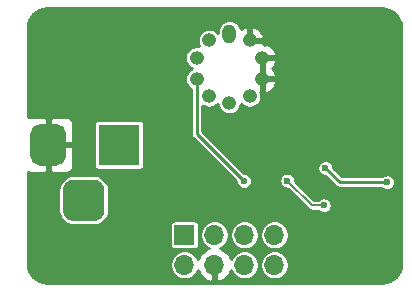
<source format=gbr>
%TF.GenerationSoftware,KiCad,Pcbnew,(5.1.6)-1*%
%TF.CreationDate,2021-01-16T21:26:58+01:00*%
%TF.ProjectId,hardware-smart-gaz-detector-extension-board,68617264-7761-4726-952d-736d6172742d,rev?*%
%TF.SameCoordinates,Original*%
%TF.FileFunction,Copper,L2,Bot*%
%TF.FilePolarity,Positive*%
%FSLAX46Y46*%
G04 Gerber Fmt 4.6, Leading zero omitted, Abs format (unit mm)*
G04 Created by KiCad (PCBNEW (5.1.6)-1) date 2021-01-16 21:26:58*
%MOMM*%
%LPD*%
G01*
G04 APERTURE LIST*
%TA.AperFunction,ComponentPad*%
%ADD10R,1.700000X1.700000*%
%TD*%
%TA.AperFunction,ComponentPad*%
%ADD11O,1.700000X1.700000*%
%TD*%
%TA.AperFunction,ComponentPad*%
%ADD12R,3.500000X3.500000*%
%TD*%
%TA.AperFunction,ComponentPad*%
%ADD13O,1.200000X1.600000*%
%TD*%
%TA.AperFunction,ComponentPad*%
%ADD14O,1.200000X1.200000*%
%TD*%
%TA.AperFunction,ViaPad*%
%ADD15C,0.600000*%
%TD*%
%TA.AperFunction,ViaPad*%
%ADD16C,0.800000*%
%TD*%
%TA.AperFunction,Conductor*%
%ADD17C,0.150000*%
%TD*%
%TA.AperFunction,Conductor*%
%ADD18C,0.250000*%
%TD*%
%TA.AperFunction,Conductor*%
%ADD19C,0.254000*%
%TD*%
G04 APERTURE END LIST*
D10*
%TO.P,J1,1*%
%TO.N,PWM_PolySi*%
X63700000Y-69596000D03*
D11*
%TO.P,J1,2*%
%TO.N,+12V*%
X63700000Y-72136000D03*
%TO.P,J1,3*%
%TO.N,+3V3*%
X66240000Y-69596000D03*
%TO.P,J1,4*%
%TO.N,GND*%
X66240000Y-72136000D03*
%TO.P,J1,5*%
%TO.N,ADC1_Temperature*%
X68780000Y-69596000D03*
%TO.P,J1,6*%
%TO.N,I2C_SCL*%
X68780000Y-72136000D03*
%TO.P,J1,7*%
%TO.N,ADC0_Gaz*%
X71320000Y-69596000D03*
%TO.P,J1,8*%
%TO.N,I2C_SDA*%
X71320000Y-72136000D03*
%TD*%
D12*
%TO.P,J2,1*%
%TO.N,+12V*%
X58166000Y-61976000D03*
%TO.P,J2,2*%
%TO.N,GND*%
%TA.AperFunction,ComponentPad*%
G36*
G01*
X50666000Y-62976000D02*
X50666000Y-60976000D01*
G75*
G02*
X51416000Y-60226000I750000J0D01*
G01*
X52916000Y-60226000D01*
G75*
G02*
X53666000Y-60976000I0J-750000D01*
G01*
X53666000Y-62976000D01*
G75*
G02*
X52916000Y-63726000I-750000J0D01*
G01*
X51416000Y-63726000D01*
G75*
G02*
X50666000Y-62976000I0J750000D01*
G01*
G37*
%TD.AperFunction*%
%TO.P,J2,3*%
%TO.N,N/C*%
%TA.AperFunction,ComponentPad*%
G36*
G01*
X53416000Y-67551000D02*
X53416000Y-65801000D01*
G75*
G02*
X54291000Y-64926000I875000J0D01*
G01*
X56041000Y-64926000D01*
G75*
G02*
X56916000Y-65801000I0J-875000D01*
G01*
X56916000Y-67551000D01*
G75*
G02*
X56041000Y-68426000I-875000J0D01*
G01*
X54291000Y-68426000D01*
G75*
G02*
X53416000Y-67551000I0J875000D01*
G01*
G37*
%TD.AperFunction*%
%TD*%
D13*
%TO.P,U1,1*%
%TO.N,+3V3*%
X67500000Y-52578000D03*
D14*
%TO.P,U1,2*%
%TO.N,Net-(U1-Pad2)*%
X65783667Y-53135670D03*
%TO.P,U1,3*%
%TO.N,Net-(U1-Pad3)*%
X64722915Y-54595670D03*
%TO.P,U1,4*%
%TO.N,ADC1_Temperature*%
X64722915Y-56400330D03*
%TO.P,U1,5*%
%TO.N,Net-(Q1-Pad2)*%
X65783667Y-57860330D03*
%TO.P,U1,6*%
%TO.N,+3V3*%
X67500000Y-58418000D03*
%TO.P,U1,7*%
%TO.N,u_gaz*%
X69216333Y-57860330D03*
%TO.P,U1,8*%
%TO.N,GND*%
X70277085Y-56400330D03*
%TO.P,U1,9*%
X70277085Y-54595670D03*
%TO.P,U1,10*%
X69216333Y-53135670D03*
%TD*%
D15*
%TO.N,GND*%
X67183006Y-65037810D03*
X80873600Y-71145400D03*
X73431400Y-56845200D03*
X73431400Y-58851800D03*
X76301600Y-60147200D03*
X79552800Y-62306200D03*
D16*
X57073800Y-55956200D03*
D15*
X70840491Y-65059509D03*
X73600000Y-69799992D03*
%TO.N,ADC0_Gaz*%
X75500000Y-67100000D03*
X72400000Y-65000002D03*
%TO.N,aop_-*%
X75641200Y-63931800D03*
X80873600Y-65151000D03*
%TO.N,ADC1_Temperature*%
X68732500Y-65037898D03*
%TD*%
D17*
%TO.N,ADC0_Gaz*%
X74499998Y-67100000D02*
X72400000Y-65000002D01*
X75500000Y-67100000D02*
X74499998Y-67100000D01*
D18*
%TO.N,aop_-*%
X75641200Y-63931800D02*
X76860400Y-65151000D01*
X76860400Y-65151000D02*
X80873600Y-65151000D01*
%TO.N,ADC1_Temperature*%
X64722915Y-61028313D02*
X68732500Y-65037898D01*
X64722915Y-56400330D02*
X64722915Y-61028313D01*
%TD*%
D19*
%TO.N,GND*%
G36*
X80765136Y-50458967D02*
G01*
X81058643Y-50547582D01*
X81329350Y-50691520D01*
X81566945Y-50885298D01*
X81762379Y-51121535D01*
X81908202Y-51391230D01*
X81998865Y-51684115D01*
X82033000Y-52008883D01*
X82033001Y-72043107D01*
X82001034Y-72369131D01*
X81912419Y-72662641D01*
X81768479Y-72933353D01*
X81574703Y-73170945D01*
X81338462Y-73366380D01*
X81068770Y-73512202D01*
X80775885Y-73602865D01*
X80451117Y-73637000D01*
X52020883Y-73637000D01*
X51694869Y-73605034D01*
X51401359Y-73516419D01*
X51130647Y-73372479D01*
X50893055Y-73178703D01*
X50697620Y-72942462D01*
X50551798Y-72672770D01*
X50461135Y-72379885D01*
X50427000Y-72055117D01*
X50427000Y-72015151D01*
X62473000Y-72015151D01*
X62473000Y-72256849D01*
X62520153Y-72493903D01*
X62612647Y-72717202D01*
X62746927Y-72918167D01*
X62917833Y-73089073D01*
X63118798Y-73223353D01*
X63342097Y-73315847D01*
X63579151Y-73363000D01*
X63820849Y-73363000D01*
X64057903Y-73315847D01*
X64281202Y-73223353D01*
X64482167Y-73089073D01*
X64653073Y-72918167D01*
X64787353Y-72717202D01*
X64836231Y-72599202D01*
X64895843Y-72767252D01*
X65044822Y-73017355D01*
X65239731Y-73233588D01*
X65473080Y-73407641D01*
X65735901Y-73532825D01*
X65883110Y-73577476D01*
X66113000Y-73456155D01*
X66113000Y-72263000D01*
X66093000Y-72263000D01*
X66093000Y-72009000D01*
X66113000Y-72009000D01*
X66113000Y-71989000D01*
X66367000Y-71989000D01*
X66367000Y-72009000D01*
X66387000Y-72009000D01*
X66387000Y-72263000D01*
X66367000Y-72263000D01*
X66367000Y-73456155D01*
X66596890Y-73577476D01*
X66744099Y-73532825D01*
X67006920Y-73407641D01*
X67240269Y-73233588D01*
X67435178Y-73017355D01*
X67584157Y-72767252D01*
X67643769Y-72599202D01*
X67692647Y-72717202D01*
X67826927Y-72918167D01*
X67997833Y-73089073D01*
X68198798Y-73223353D01*
X68422097Y-73315847D01*
X68659151Y-73363000D01*
X68900849Y-73363000D01*
X69137903Y-73315847D01*
X69361202Y-73223353D01*
X69562167Y-73089073D01*
X69733073Y-72918167D01*
X69867353Y-72717202D01*
X69959847Y-72493903D01*
X70007000Y-72256849D01*
X70007000Y-72015151D01*
X70093000Y-72015151D01*
X70093000Y-72256849D01*
X70140153Y-72493903D01*
X70232647Y-72717202D01*
X70366927Y-72918167D01*
X70537833Y-73089073D01*
X70738798Y-73223353D01*
X70962097Y-73315847D01*
X71199151Y-73363000D01*
X71440849Y-73363000D01*
X71677903Y-73315847D01*
X71901202Y-73223353D01*
X72102167Y-73089073D01*
X72273073Y-72918167D01*
X72407353Y-72717202D01*
X72499847Y-72493903D01*
X72547000Y-72256849D01*
X72547000Y-72015151D01*
X72499847Y-71778097D01*
X72407353Y-71554798D01*
X72273073Y-71353833D01*
X72102167Y-71182927D01*
X71901202Y-71048647D01*
X71677903Y-70956153D01*
X71440849Y-70909000D01*
X71199151Y-70909000D01*
X70962097Y-70956153D01*
X70738798Y-71048647D01*
X70537833Y-71182927D01*
X70366927Y-71353833D01*
X70232647Y-71554798D01*
X70140153Y-71778097D01*
X70093000Y-72015151D01*
X70007000Y-72015151D01*
X69959847Y-71778097D01*
X69867353Y-71554798D01*
X69733073Y-71353833D01*
X69562167Y-71182927D01*
X69361202Y-71048647D01*
X69137903Y-70956153D01*
X68900849Y-70909000D01*
X68659151Y-70909000D01*
X68422097Y-70956153D01*
X68198798Y-71048647D01*
X67997833Y-71182927D01*
X67826927Y-71353833D01*
X67692647Y-71554798D01*
X67643769Y-71672798D01*
X67584157Y-71504748D01*
X67435178Y-71254645D01*
X67240269Y-71038412D01*
X67006920Y-70864359D01*
X66744099Y-70739175D01*
X66710812Y-70729078D01*
X66821202Y-70683353D01*
X67022167Y-70549073D01*
X67193073Y-70378167D01*
X67327353Y-70177202D01*
X67419847Y-69953903D01*
X67467000Y-69716849D01*
X67467000Y-69475151D01*
X67553000Y-69475151D01*
X67553000Y-69716849D01*
X67600153Y-69953903D01*
X67692647Y-70177202D01*
X67826927Y-70378167D01*
X67997833Y-70549073D01*
X68198798Y-70683353D01*
X68422097Y-70775847D01*
X68659151Y-70823000D01*
X68900849Y-70823000D01*
X69137903Y-70775847D01*
X69361202Y-70683353D01*
X69562167Y-70549073D01*
X69733073Y-70378167D01*
X69867353Y-70177202D01*
X69959847Y-69953903D01*
X70007000Y-69716849D01*
X70007000Y-69475151D01*
X70093000Y-69475151D01*
X70093000Y-69716849D01*
X70140153Y-69953903D01*
X70232647Y-70177202D01*
X70366927Y-70378167D01*
X70537833Y-70549073D01*
X70738798Y-70683353D01*
X70962097Y-70775847D01*
X71199151Y-70823000D01*
X71440849Y-70823000D01*
X71677903Y-70775847D01*
X71901202Y-70683353D01*
X72102167Y-70549073D01*
X72273073Y-70378167D01*
X72407353Y-70177202D01*
X72499847Y-69953903D01*
X72547000Y-69716849D01*
X72547000Y-69475151D01*
X72499847Y-69238097D01*
X72407353Y-69014798D01*
X72273073Y-68813833D01*
X72102167Y-68642927D01*
X71901202Y-68508647D01*
X71677903Y-68416153D01*
X71440849Y-68369000D01*
X71199151Y-68369000D01*
X70962097Y-68416153D01*
X70738798Y-68508647D01*
X70537833Y-68642927D01*
X70366927Y-68813833D01*
X70232647Y-69014798D01*
X70140153Y-69238097D01*
X70093000Y-69475151D01*
X70007000Y-69475151D01*
X69959847Y-69238097D01*
X69867353Y-69014798D01*
X69733073Y-68813833D01*
X69562167Y-68642927D01*
X69361202Y-68508647D01*
X69137903Y-68416153D01*
X68900849Y-68369000D01*
X68659151Y-68369000D01*
X68422097Y-68416153D01*
X68198798Y-68508647D01*
X67997833Y-68642927D01*
X67826927Y-68813833D01*
X67692647Y-69014798D01*
X67600153Y-69238097D01*
X67553000Y-69475151D01*
X67467000Y-69475151D01*
X67419847Y-69238097D01*
X67327353Y-69014798D01*
X67193073Y-68813833D01*
X67022167Y-68642927D01*
X66821202Y-68508647D01*
X66597903Y-68416153D01*
X66360849Y-68369000D01*
X66119151Y-68369000D01*
X65882097Y-68416153D01*
X65658798Y-68508647D01*
X65457833Y-68642927D01*
X65286927Y-68813833D01*
X65152647Y-69014798D01*
X65060153Y-69238097D01*
X65013000Y-69475151D01*
X65013000Y-69716849D01*
X65060153Y-69953903D01*
X65152647Y-70177202D01*
X65286927Y-70378167D01*
X65457833Y-70549073D01*
X65658798Y-70683353D01*
X65769188Y-70729078D01*
X65735901Y-70739175D01*
X65473080Y-70864359D01*
X65239731Y-71038412D01*
X65044822Y-71254645D01*
X64895843Y-71504748D01*
X64836231Y-71672798D01*
X64787353Y-71554798D01*
X64653073Y-71353833D01*
X64482167Y-71182927D01*
X64281202Y-71048647D01*
X64057903Y-70956153D01*
X63820849Y-70909000D01*
X63579151Y-70909000D01*
X63342097Y-70956153D01*
X63118798Y-71048647D01*
X62917833Y-71182927D01*
X62746927Y-71353833D01*
X62612647Y-71554798D01*
X62520153Y-71778097D01*
X62473000Y-72015151D01*
X50427000Y-72015151D01*
X50427000Y-65801000D01*
X53037176Y-65801000D01*
X53037176Y-67551000D01*
X53061268Y-67795609D01*
X53132618Y-68030818D01*
X53248483Y-68247587D01*
X53404413Y-68437587D01*
X53594413Y-68593517D01*
X53811182Y-68709382D01*
X54046391Y-68780732D01*
X54291000Y-68804824D01*
X56041000Y-68804824D01*
X56285609Y-68780732D01*
X56400104Y-68746000D01*
X62471176Y-68746000D01*
X62471176Y-70446000D01*
X62478455Y-70519905D01*
X62500012Y-70590970D01*
X62535019Y-70656463D01*
X62582131Y-70713869D01*
X62639537Y-70760981D01*
X62705030Y-70795988D01*
X62776095Y-70817545D01*
X62850000Y-70824824D01*
X64550000Y-70824824D01*
X64623905Y-70817545D01*
X64694970Y-70795988D01*
X64760463Y-70760981D01*
X64817869Y-70713869D01*
X64864981Y-70656463D01*
X64899988Y-70590970D01*
X64921545Y-70519905D01*
X64928824Y-70446000D01*
X64928824Y-68746000D01*
X64921545Y-68672095D01*
X64899988Y-68601030D01*
X64864981Y-68535537D01*
X64817869Y-68478131D01*
X64760463Y-68431019D01*
X64694970Y-68396012D01*
X64623905Y-68374455D01*
X64550000Y-68367176D01*
X62850000Y-68367176D01*
X62776095Y-68374455D01*
X62705030Y-68396012D01*
X62639537Y-68431019D01*
X62582131Y-68478131D01*
X62535019Y-68535537D01*
X62500012Y-68601030D01*
X62478455Y-68672095D01*
X62471176Y-68746000D01*
X56400104Y-68746000D01*
X56520818Y-68709382D01*
X56737587Y-68593517D01*
X56927587Y-68437587D01*
X57083517Y-68247587D01*
X57199382Y-68030818D01*
X57270732Y-67795609D01*
X57294824Y-67551000D01*
X57294824Y-65801000D01*
X57270732Y-65556391D01*
X57199382Y-65321182D01*
X57083517Y-65104413D01*
X56927587Y-64914413D01*
X56737587Y-64758483D01*
X56520818Y-64642618D01*
X56285609Y-64571268D01*
X56041000Y-64547176D01*
X54291000Y-64547176D01*
X54046391Y-64571268D01*
X53811182Y-64642618D01*
X53594413Y-64758483D01*
X53404413Y-64914413D01*
X53248483Y-65104413D01*
X53132618Y-65321182D01*
X53061268Y-65556391D01*
X53037176Y-65801000D01*
X50427000Y-65801000D01*
X50427000Y-64317073D01*
X50541518Y-64351812D01*
X50666000Y-64364072D01*
X51880250Y-64361000D01*
X52039000Y-64202250D01*
X52039000Y-62103000D01*
X52293000Y-62103000D01*
X52293000Y-64202250D01*
X52451750Y-64361000D01*
X53666000Y-64364072D01*
X53790482Y-64351812D01*
X53910180Y-64315502D01*
X54020494Y-64256537D01*
X54117185Y-64177185D01*
X54196537Y-64080494D01*
X54255502Y-63970180D01*
X54291812Y-63850482D01*
X54304072Y-63726000D01*
X54301000Y-62261750D01*
X54142250Y-62103000D01*
X52293000Y-62103000D01*
X52039000Y-62103000D01*
X52019000Y-62103000D01*
X52019000Y-61849000D01*
X52039000Y-61849000D01*
X52039000Y-59749750D01*
X52293000Y-59749750D01*
X52293000Y-61849000D01*
X54142250Y-61849000D01*
X54301000Y-61690250D01*
X54304072Y-60226000D01*
X56037176Y-60226000D01*
X56037176Y-63726000D01*
X56044455Y-63799905D01*
X56066012Y-63870970D01*
X56101019Y-63936463D01*
X56148131Y-63993869D01*
X56205537Y-64040981D01*
X56271030Y-64075988D01*
X56342095Y-64097545D01*
X56416000Y-64104824D01*
X59916000Y-64104824D01*
X59989905Y-64097545D01*
X60060970Y-64075988D01*
X60126463Y-64040981D01*
X60183869Y-63993869D01*
X60230981Y-63936463D01*
X60265988Y-63870970D01*
X60287545Y-63799905D01*
X60294824Y-63726000D01*
X60294824Y-60226000D01*
X60287545Y-60152095D01*
X60265988Y-60081030D01*
X60230981Y-60015537D01*
X60183869Y-59958131D01*
X60126463Y-59911019D01*
X60060970Y-59876012D01*
X59989905Y-59854455D01*
X59916000Y-59847176D01*
X56416000Y-59847176D01*
X56342095Y-59854455D01*
X56271030Y-59876012D01*
X56205537Y-59911019D01*
X56148131Y-59958131D01*
X56101019Y-60015537D01*
X56066012Y-60081030D01*
X56044455Y-60152095D01*
X56037176Y-60226000D01*
X54304072Y-60226000D01*
X54291812Y-60101518D01*
X54255502Y-59981820D01*
X54196537Y-59871506D01*
X54117185Y-59774815D01*
X54020494Y-59695463D01*
X53910180Y-59636498D01*
X53790482Y-59600188D01*
X53666000Y-59587928D01*
X52451750Y-59591000D01*
X52293000Y-59749750D01*
X52039000Y-59749750D01*
X51880250Y-59591000D01*
X50666000Y-59587928D01*
X50541518Y-59600188D01*
X50427000Y-59634927D01*
X50427000Y-54499444D01*
X63745915Y-54499444D01*
X63745915Y-54691896D01*
X63783461Y-54880650D01*
X63857109Y-55058453D01*
X63964030Y-55218471D01*
X64100114Y-55354555D01*
X64260132Y-55461476D01*
X64348309Y-55498000D01*
X64260132Y-55534524D01*
X64100114Y-55641445D01*
X63964030Y-55777529D01*
X63857109Y-55937547D01*
X63783461Y-56115350D01*
X63745915Y-56304104D01*
X63745915Y-56496556D01*
X63783461Y-56685310D01*
X63857109Y-56863113D01*
X63964030Y-57023131D01*
X64100114Y-57159215D01*
X64220915Y-57239932D01*
X64220916Y-61003660D01*
X64218488Y-61028313D01*
X64228180Y-61126722D01*
X64256885Y-61221349D01*
X64303499Y-61308558D01*
X64350516Y-61365848D01*
X64350519Y-61365851D01*
X64366232Y-61384997D01*
X64385378Y-61400710D01*
X68055500Y-65070833D01*
X68055500Y-65104577D01*
X68081516Y-65235372D01*
X68132550Y-65358578D01*
X68206640Y-65469461D01*
X68300937Y-65563758D01*
X68411820Y-65637848D01*
X68535026Y-65688882D01*
X68665821Y-65714898D01*
X68799179Y-65714898D01*
X68929974Y-65688882D01*
X69053180Y-65637848D01*
X69164063Y-65563758D01*
X69258360Y-65469461D01*
X69332450Y-65358578D01*
X69383484Y-65235372D01*
X69409500Y-65104577D01*
X69409500Y-64971219D01*
X69401963Y-64933323D01*
X71723000Y-64933323D01*
X71723000Y-65066681D01*
X71749016Y-65197476D01*
X71800050Y-65320682D01*
X71874140Y-65431565D01*
X71968437Y-65525862D01*
X72079320Y-65599952D01*
X72202526Y-65650986D01*
X72333321Y-65677002D01*
X72437777Y-65677002D01*
X74164679Y-67403905D01*
X74178839Y-67421159D01*
X74247665Y-67477643D01*
X74326188Y-67519614D01*
X74411390Y-67545460D01*
X74499998Y-67554187D01*
X74522203Y-67552000D01*
X74994577Y-67552000D01*
X75068437Y-67625860D01*
X75179320Y-67699950D01*
X75302526Y-67750984D01*
X75433321Y-67777000D01*
X75566679Y-67777000D01*
X75697474Y-67750984D01*
X75820680Y-67699950D01*
X75931563Y-67625860D01*
X76025860Y-67531563D01*
X76099950Y-67420680D01*
X76150984Y-67297474D01*
X76177000Y-67166679D01*
X76177000Y-67033321D01*
X76150984Y-66902526D01*
X76099950Y-66779320D01*
X76025860Y-66668437D01*
X75931563Y-66574140D01*
X75820680Y-66500050D01*
X75697474Y-66449016D01*
X75566679Y-66423000D01*
X75433321Y-66423000D01*
X75302526Y-66449016D01*
X75179320Y-66500050D01*
X75068437Y-66574140D01*
X74994577Y-66648000D01*
X74687222Y-66648000D01*
X73077000Y-65037779D01*
X73077000Y-64933323D01*
X73050984Y-64802528D01*
X72999950Y-64679322D01*
X72925860Y-64568439D01*
X72831563Y-64474142D01*
X72720680Y-64400052D01*
X72597474Y-64349018D01*
X72466679Y-64323002D01*
X72333321Y-64323002D01*
X72202526Y-64349018D01*
X72079320Y-64400052D01*
X71968437Y-64474142D01*
X71874140Y-64568439D01*
X71800050Y-64679322D01*
X71749016Y-64802528D01*
X71723000Y-64933323D01*
X69401963Y-64933323D01*
X69383484Y-64840424D01*
X69332450Y-64717218D01*
X69258360Y-64606335D01*
X69164063Y-64512038D01*
X69053180Y-64437948D01*
X68929974Y-64386914D01*
X68799179Y-64360898D01*
X68765435Y-64360898D01*
X68269658Y-63865121D01*
X74964200Y-63865121D01*
X74964200Y-63998479D01*
X74990216Y-64129274D01*
X75041250Y-64252480D01*
X75115340Y-64363363D01*
X75209637Y-64457660D01*
X75320520Y-64531750D01*
X75443726Y-64582784D01*
X75574521Y-64608800D01*
X75608266Y-64608800D01*
X76488003Y-65488538D01*
X76503716Y-65507684D01*
X76522862Y-65523397D01*
X76522864Y-65523399D01*
X76534116Y-65532633D01*
X76580155Y-65570417D01*
X76667364Y-65617031D01*
X76761991Y-65645736D01*
X76835747Y-65653000D01*
X76835756Y-65653000D01*
X76860399Y-65655427D01*
X76885042Y-65653000D01*
X80418177Y-65653000D01*
X80442037Y-65676860D01*
X80552920Y-65750950D01*
X80676126Y-65801984D01*
X80806921Y-65828000D01*
X80940279Y-65828000D01*
X81071074Y-65801984D01*
X81194280Y-65750950D01*
X81305163Y-65676860D01*
X81399460Y-65582563D01*
X81473550Y-65471680D01*
X81524584Y-65348474D01*
X81550600Y-65217679D01*
X81550600Y-65084321D01*
X81524584Y-64953526D01*
X81473550Y-64830320D01*
X81399460Y-64719437D01*
X81305163Y-64625140D01*
X81194280Y-64551050D01*
X81071074Y-64500016D01*
X80940279Y-64474000D01*
X80806921Y-64474000D01*
X80676126Y-64500016D01*
X80552920Y-64551050D01*
X80442037Y-64625140D01*
X80418177Y-64649000D01*
X77068335Y-64649000D01*
X76318200Y-63898866D01*
X76318200Y-63865121D01*
X76292184Y-63734326D01*
X76241150Y-63611120D01*
X76167060Y-63500237D01*
X76072763Y-63405940D01*
X75961880Y-63331850D01*
X75838674Y-63280816D01*
X75707879Y-63254800D01*
X75574521Y-63254800D01*
X75443726Y-63280816D01*
X75320520Y-63331850D01*
X75209637Y-63405940D01*
X75115340Y-63500237D01*
X75041250Y-63611120D01*
X74990216Y-63734326D01*
X74964200Y-63865121D01*
X68269658Y-63865121D01*
X65224915Y-60820379D01*
X65224915Y-58662011D01*
X65320884Y-58726136D01*
X65498687Y-58799784D01*
X65687441Y-58837330D01*
X65879893Y-58837330D01*
X66068647Y-58799784D01*
X66246450Y-58726136D01*
X66406468Y-58619215D01*
X66523000Y-58502683D01*
X66523000Y-58514226D01*
X66560546Y-58702980D01*
X66634194Y-58880783D01*
X66741115Y-59040801D01*
X66877199Y-59176885D01*
X67037217Y-59283806D01*
X67215020Y-59357454D01*
X67403774Y-59395000D01*
X67596226Y-59395000D01*
X67784980Y-59357454D01*
X67962783Y-59283806D01*
X68122801Y-59176885D01*
X68258885Y-59040801D01*
X68365806Y-58880783D01*
X68439454Y-58702980D01*
X68477000Y-58514226D01*
X68477000Y-58502683D01*
X68593532Y-58619215D01*
X68753550Y-58726136D01*
X68931353Y-58799784D01*
X69120107Y-58837330D01*
X69312559Y-58837330D01*
X69501313Y-58799784D01*
X69679116Y-58726136D01*
X69839134Y-58619215D01*
X69975218Y-58483131D01*
X70082139Y-58323113D01*
X70155787Y-58145310D01*
X70193333Y-57956556D01*
X70193333Y-57764104D01*
X70155787Y-57575350D01*
X70119934Y-57488792D01*
X70150085Y-57469061D01*
X70150085Y-56527330D01*
X70404085Y-56527330D01*
X70404085Y-57469061D01*
X70594694Y-57593792D01*
X70676056Y-57569115D01*
X70896409Y-57468822D01*
X71092961Y-57327467D01*
X71258160Y-57150483D01*
X71385657Y-56944671D01*
X71470552Y-56717940D01*
X71346794Y-56527330D01*
X70404085Y-56527330D01*
X70150085Y-56527330D01*
X70130085Y-56527330D01*
X70130085Y-56273330D01*
X70150085Y-56273330D01*
X70150085Y-54722670D01*
X70404085Y-54722670D01*
X70404085Y-56273330D01*
X71346794Y-56273330D01*
X71470552Y-56082720D01*
X71385657Y-55855989D01*
X71258160Y-55650177D01*
X71116116Y-55498000D01*
X71258160Y-55345823D01*
X71385657Y-55140011D01*
X71470552Y-54913280D01*
X71346794Y-54722670D01*
X70404085Y-54722670D01*
X70150085Y-54722670D01*
X70130085Y-54722670D01*
X70130085Y-54468670D01*
X70150085Y-54468670D01*
X70150085Y-54448670D01*
X70404085Y-54448670D01*
X70404085Y-54468670D01*
X71346794Y-54468670D01*
X71470552Y-54278060D01*
X71385657Y-54051329D01*
X71258160Y-53845517D01*
X71092961Y-53668533D01*
X70896409Y-53527178D01*
X70676056Y-53426885D01*
X70594694Y-53402208D01*
X70404087Y-53526938D01*
X70404087Y-53468538D01*
X70409800Y-53453280D01*
X70404087Y-53444481D01*
X70404087Y-53360670D01*
X70349671Y-53360670D01*
X70286042Y-53262670D01*
X69343333Y-53262670D01*
X69343333Y-53282670D01*
X69089333Y-53282670D01*
X69089333Y-53262670D01*
X69069333Y-53262670D01*
X69069333Y-53008670D01*
X69089333Y-53008670D01*
X69089333Y-52066939D01*
X69343333Y-52066939D01*
X69343333Y-53008670D01*
X70286042Y-53008670D01*
X70409800Y-52818060D01*
X70324905Y-52591329D01*
X70197408Y-52385517D01*
X70032209Y-52208533D01*
X69835657Y-52067178D01*
X69615304Y-51966885D01*
X69533942Y-51942208D01*
X69343333Y-52066939D01*
X69089333Y-52066939D01*
X68898724Y-51942208D01*
X68817362Y-51966885D01*
X68597009Y-52067178D01*
X68457179Y-52167740D01*
X68406997Y-52002309D01*
X68316276Y-51832582D01*
X68194186Y-51683814D01*
X68045418Y-51561724D01*
X67875691Y-51471003D01*
X67691525Y-51415137D01*
X67500000Y-51396273D01*
X67308476Y-51415137D01*
X67124310Y-51471003D01*
X66954583Y-51561724D01*
X66805815Y-51683814D01*
X66683724Y-51832582D01*
X66593003Y-52002309D01*
X66537137Y-52186475D01*
X66523000Y-52330007D01*
X66523000Y-52493317D01*
X66406468Y-52376785D01*
X66246450Y-52269864D01*
X66068647Y-52196216D01*
X65879893Y-52158670D01*
X65687441Y-52158670D01*
X65498687Y-52196216D01*
X65320884Y-52269864D01*
X65160866Y-52376785D01*
X65024782Y-52512869D01*
X64917861Y-52672887D01*
X64844213Y-52850690D01*
X64806667Y-53039444D01*
X64806667Y-53231896D01*
X64844213Y-53420650D01*
X64917861Y-53598453D01*
X64948573Y-53644416D01*
X64819141Y-53618670D01*
X64626689Y-53618670D01*
X64437935Y-53656216D01*
X64260132Y-53729864D01*
X64100114Y-53836785D01*
X63964030Y-53972869D01*
X63857109Y-54132887D01*
X63783461Y-54310690D01*
X63745915Y-54499444D01*
X50427000Y-54499444D01*
X50427000Y-52020883D01*
X50458967Y-51694864D01*
X50547582Y-51401357D01*
X50691520Y-51130650D01*
X50885298Y-50893055D01*
X51121535Y-50697621D01*
X51391230Y-50551798D01*
X51684115Y-50461135D01*
X52008883Y-50427000D01*
X80439117Y-50427000D01*
X80765136Y-50458967D01*
G37*
X80765136Y-50458967D02*
X81058643Y-50547582D01*
X81329350Y-50691520D01*
X81566945Y-50885298D01*
X81762379Y-51121535D01*
X81908202Y-51391230D01*
X81998865Y-51684115D01*
X82033000Y-52008883D01*
X82033001Y-72043107D01*
X82001034Y-72369131D01*
X81912419Y-72662641D01*
X81768479Y-72933353D01*
X81574703Y-73170945D01*
X81338462Y-73366380D01*
X81068770Y-73512202D01*
X80775885Y-73602865D01*
X80451117Y-73637000D01*
X52020883Y-73637000D01*
X51694869Y-73605034D01*
X51401359Y-73516419D01*
X51130647Y-73372479D01*
X50893055Y-73178703D01*
X50697620Y-72942462D01*
X50551798Y-72672770D01*
X50461135Y-72379885D01*
X50427000Y-72055117D01*
X50427000Y-72015151D01*
X62473000Y-72015151D01*
X62473000Y-72256849D01*
X62520153Y-72493903D01*
X62612647Y-72717202D01*
X62746927Y-72918167D01*
X62917833Y-73089073D01*
X63118798Y-73223353D01*
X63342097Y-73315847D01*
X63579151Y-73363000D01*
X63820849Y-73363000D01*
X64057903Y-73315847D01*
X64281202Y-73223353D01*
X64482167Y-73089073D01*
X64653073Y-72918167D01*
X64787353Y-72717202D01*
X64836231Y-72599202D01*
X64895843Y-72767252D01*
X65044822Y-73017355D01*
X65239731Y-73233588D01*
X65473080Y-73407641D01*
X65735901Y-73532825D01*
X65883110Y-73577476D01*
X66113000Y-73456155D01*
X66113000Y-72263000D01*
X66093000Y-72263000D01*
X66093000Y-72009000D01*
X66113000Y-72009000D01*
X66113000Y-71989000D01*
X66367000Y-71989000D01*
X66367000Y-72009000D01*
X66387000Y-72009000D01*
X66387000Y-72263000D01*
X66367000Y-72263000D01*
X66367000Y-73456155D01*
X66596890Y-73577476D01*
X66744099Y-73532825D01*
X67006920Y-73407641D01*
X67240269Y-73233588D01*
X67435178Y-73017355D01*
X67584157Y-72767252D01*
X67643769Y-72599202D01*
X67692647Y-72717202D01*
X67826927Y-72918167D01*
X67997833Y-73089073D01*
X68198798Y-73223353D01*
X68422097Y-73315847D01*
X68659151Y-73363000D01*
X68900849Y-73363000D01*
X69137903Y-73315847D01*
X69361202Y-73223353D01*
X69562167Y-73089073D01*
X69733073Y-72918167D01*
X69867353Y-72717202D01*
X69959847Y-72493903D01*
X70007000Y-72256849D01*
X70007000Y-72015151D01*
X70093000Y-72015151D01*
X70093000Y-72256849D01*
X70140153Y-72493903D01*
X70232647Y-72717202D01*
X70366927Y-72918167D01*
X70537833Y-73089073D01*
X70738798Y-73223353D01*
X70962097Y-73315847D01*
X71199151Y-73363000D01*
X71440849Y-73363000D01*
X71677903Y-73315847D01*
X71901202Y-73223353D01*
X72102167Y-73089073D01*
X72273073Y-72918167D01*
X72407353Y-72717202D01*
X72499847Y-72493903D01*
X72547000Y-72256849D01*
X72547000Y-72015151D01*
X72499847Y-71778097D01*
X72407353Y-71554798D01*
X72273073Y-71353833D01*
X72102167Y-71182927D01*
X71901202Y-71048647D01*
X71677903Y-70956153D01*
X71440849Y-70909000D01*
X71199151Y-70909000D01*
X70962097Y-70956153D01*
X70738798Y-71048647D01*
X70537833Y-71182927D01*
X70366927Y-71353833D01*
X70232647Y-71554798D01*
X70140153Y-71778097D01*
X70093000Y-72015151D01*
X70007000Y-72015151D01*
X69959847Y-71778097D01*
X69867353Y-71554798D01*
X69733073Y-71353833D01*
X69562167Y-71182927D01*
X69361202Y-71048647D01*
X69137903Y-70956153D01*
X68900849Y-70909000D01*
X68659151Y-70909000D01*
X68422097Y-70956153D01*
X68198798Y-71048647D01*
X67997833Y-71182927D01*
X67826927Y-71353833D01*
X67692647Y-71554798D01*
X67643769Y-71672798D01*
X67584157Y-71504748D01*
X67435178Y-71254645D01*
X67240269Y-71038412D01*
X67006920Y-70864359D01*
X66744099Y-70739175D01*
X66710812Y-70729078D01*
X66821202Y-70683353D01*
X67022167Y-70549073D01*
X67193073Y-70378167D01*
X67327353Y-70177202D01*
X67419847Y-69953903D01*
X67467000Y-69716849D01*
X67467000Y-69475151D01*
X67553000Y-69475151D01*
X67553000Y-69716849D01*
X67600153Y-69953903D01*
X67692647Y-70177202D01*
X67826927Y-70378167D01*
X67997833Y-70549073D01*
X68198798Y-70683353D01*
X68422097Y-70775847D01*
X68659151Y-70823000D01*
X68900849Y-70823000D01*
X69137903Y-70775847D01*
X69361202Y-70683353D01*
X69562167Y-70549073D01*
X69733073Y-70378167D01*
X69867353Y-70177202D01*
X69959847Y-69953903D01*
X70007000Y-69716849D01*
X70007000Y-69475151D01*
X70093000Y-69475151D01*
X70093000Y-69716849D01*
X70140153Y-69953903D01*
X70232647Y-70177202D01*
X70366927Y-70378167D01*
X70537833Y-70549073D01*
X70738798Y-70683353D01*
X70962097Y-70775847D01*
X71199151Y-70823000D01*
X71440849Y-70823000D01*
X71677903Y-70775847D01*
X71901202Y-70683353D01*
X72102167Y-70549073D01*
X72273073Y-70378167D01*
X72407353Y-70177202D01*
X72499847Y-69953903D01*
X72547000Y-69716849D01*
X72547000Y-69475151D01*
X72499847Y-69238097D01*
X72407353Y-69014798D01*
X72273073Y-68813833D01*
X72102167Y-68642927D01*
X71901202Y-68508647D01*
X71677903Y-68416153D01*
X71440849Y-68369000D01*
X71199151Y-68369000D01*
X70962097Y-68416153D01*
X70738798Y-68508647D01*
X70537833Y-68642927D01*
X70366927Y-68813833D01*
X70232647Y-69014798D01*
X70140153Y-69238097D01*
X70093000Y-69475151D01*
X70007000Y-69475151D01*
X69959847Y-69238097D01*
X69867353Y-69014798D01*
X69733073Y-68813833D01*
X69562167Y-68642927D01*
X69361202Y-68508647D01*
X69137903Y-68416153D01*
X68900849Y-68369000D01*
X68659151Y-68369000D01*
X68422097Y-68416153D01*
X68198798Y-68508647D01*
X67997833Y-68642927D01*
X67826927Y-68813833D01*
X67692647Y-69014798D01*
X67600153Y-69238097D01*
X67553000Y-69475151D01*
X67467000Y-69475151D01*
X67419847Y-69238097D01*
X67327353Y-69014798D01*
X67193073Y-68813833D01*
X67022167Y-68642927D01*
X66821202Y-68508647D01*
X66597903Y-68416153D01*
X66360849Y-68369000D01*
X66119151Y-68369000D01*
X65882097Y-68416153D01*
X65658798Y-68508647D01*
X65457833Y-68642927D01*
X65286927Y-68813833D01*
X65152647Y-69014798D01*
X65060153Y-69238097D01*
X65013000Y-69475151D01*
X65013000Y-69716849D01*
X65060153Y-69953903D01*
X65152647Y-70177202D01*
X65286927Y-70378167D01*
X65457833Y-70549073D01*
X65658798Y-70683353D01*
X65769188Y-70729078D01*
X65735901Y-70739175D01*
X65473080Y-70864359D01*
X65239731Y-71038412D01*
X65044822Y-71254645D01*
X64895843Y-71504748D01*
X64836231Y-71672798D01*
X64787353Y-71554798D01*
X64653073Y-71353833D01*
X64482167Y-71182927D01*
X64281202Y-71048647D01*
X64057903Y-70956153D01*
X63820849Y-70909000D01*
X63579151Y-70909000D01*
X63342097Y-70956153D01*
X63118798Y-71048647D01*
X62917833Y-71182927D01*
X62746927Y-71353833D01*
X62612647Y-71554798D01*
X62520153Y-71778097D01*
X62473000Y-72015151D01*
X50427000Y-72015151D01*
X50427000Y-65801000D01*
X53037176Y-65801000D01*
X53037176Y-67551000D01*
X53061268Y-67795609D01*
X53132618Y-68030818D01*
X53248483Y-68247587D01*
X53404413Y-68437587D01*
X53594413Y-68593517D01*
X53811182Y-68709382D01*
X54046391Y-68780732D01*
X54291000Y-68804824D01*
X56041000Y-68804824D01*
X56285609Y-68780732D01*
X56400104Y-68746000D01*
X62471176Y-68746000D01*
X62471176Y-70446000D01*
X62478455Y-70519905D01*
X62500012Y-70590970D01*
X62535019Y-70656463D01*
X62582131Y-70713869D01*
X62639537Y-70760981D01*
X62705030Y-70795988D01*
X62776095Y-70817545D01*
X62850000Y-70824824D01*
X64550000Y-70824824D01*
X64623905Y-70817545D01*
X64694970Y-70795988D01*
X64760463Y-70760981D01*
X64817869Y-70713869D01*
X64864981Y-70656463D01*
X64899988Y-70590970D01*
X64921545Y-70519905D01*
X64928824Y-70446000D01*
X64928824Y-68746000D01*
X64921545Y-68672095D01*
X64899988Y-68601030D01*
X64864981Y-68535537D01*
X64817869Y-68478131D01*
X64760463Y-68431019D01*
X64694970Y-68396012D01*
X64623905Y-68374455D01*
X64550000Y-68367176D01*
X62850000Y-68367176D01*
X62776095Y-68374455D01*
X62705030Y-68396012D01*
X62639537Y-68431019D01*
X62582131Y-68478131D01*
X62535019Y-68535537D01*
X62500012Y-68601030D01*
X62478455Y-68672095D01*
X62471176Y-68746000D01*
X56400104Y-68746000D01*
X56520818Y-68709382D01*
X56737587Y-68593517D01*
X56927587Y-68437587D01*
X57083517Y-68247587D01*
X57199382Y-68030818D01*
X57270732Y-67795609D01*
X57294824Y-67551000D01*
X57294824Y-65801000D01*
X57270732Y-65556391D01*
X57199382Y-65321182D01*
X57083517Y-65104413D01*
X56927587Y-64914413D01*
X56737587Y-64758483D01*
X56520818Y-64642618D01*
X56285609Y-64571268D01*
X56041000Y-64547176D01*
X54291000Y-64547176D01*
X54046391Y-64571268D01*
X53811182Y-64642618D01*
X53594413Y-64758483D01*
X53404413Y-64914413D01*
X53248483Y-65104413D01*
X53132618Y-65321182D01*
X53061268Y-65556391D01*
X53037176Y-65801000D01*
X50427000Y-65801000D01*
X50427000Y-64317073D01*
X50541518Y-64351812D01*
X50666000Y-64364072D01*
X51880250Y-64361000D01*
X52039000Y-64202250D01*
X52039000Y-62103000D01*
X52293000Y-62103000D01*
X52293000Y-64202250D01*
X52451750Y-64361000D01*
X53666000Y-64364072D01*
X53790482Y-64351812D01*
X53910180Y-64315502D01*
X54020494Y-64256537D01*
X54117185Y-64177185D01*
X54196537Y-64080494D01*
X54255502Y-63970180D01*
X54291812Y-63850482D01*
X54304072Y-63726000D01*
X54301000Y-62261750D01*
X54142250Y-62103000D01*
X52293000Y-62103000D01*
X52039000Y-62103000D01*
X52019000Y-62103000D01*
X52019000Y-61849000D01*
X52039000Y-61849000D01*
X52039000Y-59749750D01*
X52293000Y-59749750D01*
X52293000Y-61849000D01*
X54142250Y-61849000D01*
X54301000Y-61690250D01*
X54304072Y-60226000D01*
X56037176Y-60226000D01*
X56037176Y-63726000D01*
X56044455Y-63799905D01*
X56066012Y-63870970D01*
X56101019Y-63936463D01*
X56148131Y-63993869D01*
X56205537Y-64040981D01*
X56271030Y-64075988D01*
X56342095Y-64097545D01*
X56416000Y-64104824D01*
X59916000Y-64104824D01*
X59989905Y-64097545D01*
X60060970Y-64075988D01*
X60126463Y-64040981D01*
X60183869Y-63993869D01*
X60230981Y-63936463D01*
X60265988Y-63870970D01*
X60287545Y-63799905D01*
X60294824Y-63726000D01*
X60294824Y-60226000D01*
X60287545Y-60152095D01*
X60265988Y-60081030D01*
X60230981Y-60015537D01*
X60183869Y-59958131D01*
X60126463Y-59911019D01*
X60060970Y-59876012D01*
X59989905Y-59854455D01*
X59916000Y-59847176D01*
X56416000Y-59847176D01*
X56342095Y-59854455D01*
X56271030Y-59876012D01*
X56205537Y-59911019D01*
X56148131Y-59958131D01*
X56101019Y-60015537D01*
X56066012Y-60081030D01*
X56044455Y-60152095D01*
X56037176Y-60226000D01*
X54304072Y-60226000D01*
X54291812Y-60101518D01*
X54255502Y-59981820D01*
X54196537Y-59871506D01*
X54117185Y-59774815D01*
X54020494Y-59695463D01*
X53910180Y-59636498D01*
X53790482Y-59600188D01*
X53666000Y-59587928D01*
X52451750Y-59591000D01*
X52293000Y-59749750D01*
X52039000Y-59749750D01*
X51880250Y-59591000D01*
X50666000Y-59587928D01*
X50541518Y-59600188D01*
X50427000Y-59634927D01*
X50427000Y-54499444D01*
X63745915Y-54499444D01*
X63745915Y-54691896D01*
X63783461Y-54880650D01*
X63857109Y-55058453D01*
X63964030Y-55218471D01*
X64100114Y-55354555D01*
X64260132Y-55461476D01*
X64348309Y-55498000D01*
X64260132Y-55534524D01*
X64100114Y-55641445D01*
X63964030Y-55777529D01*
X63857109Y-55937547D01*
X63783461Y-56115350D01*
X63745915Y-56304104D01*
X63745915Y-56496556D01*
X63783461Y-56685310D01*
X63857109Y-56863113D01*
X63964030Y-57023131D01*
X64100114Y-57159215D01*
X64220915Y-57239932D01*
X64220916Y-61003660D01*
X64218488Y-61028313D01*
X64228180Y-61126722D01*
X64256885Y-61221349D01*
X64303499Y-61308558D01*
X64350516Y-61365848D01*
X64350519Y-61365851D01*
X64366232Y-61384997D01*
X64385378Y-61400710D01*
X68055500Y-65070833D01*
X68055500Y-65104577D01*
X68081516Y-65235372D01*
X68132550Y-65358578D01*
X68206640Y-65469461D01*
X68300937Y-65563758D01*
X68411820Y-65637848D01*
X68535026Y-65688882D01*
X68665821Y-65714898D01*
X68799179Y-65714898D01*
X68929974Y-65688882D01*
X69053180Y-65637848D01*
X69164063Y-65563758D01*
X69258360Y-65469461D01*
X69332450Y-65358578D01*
X69383484Y-65235372D01*
X69409500Y-65104577D01*
X69409500Y-64971219D01*
X69401963Y-64933323D01*
X71723000Y-64933323D01*
X71723000Y-65066681D01*
X71749016Y-65197476D01*
X71800050Y-65320682D01*
X71874140Y-65431565D01*
X71968437Y-65525862D01*
X72079320Y-65599952D01*
X72202526Y-65650986D01*
X72333321Y-65677002D01*
X72437777Y-65677002D01*
X74164679Y-67403905D01*
X74178839Y-67421159D01*
X74247665Y-67477643D01*
X74326188Y-67519614D01*
X74411390Y-67545460D01*
X74499998Y-67554187D01*
X74522203Y-67552000D01*
X74994577Y-67552000D01*
X75068437Y-67625860D01*
X75179320Y-67699950D01*
X75302526Y-67750984D01*
X75433321Y-67777000D01*
X75566679Y-67777000D01*
X75697474Y-67750984D01*
X75820680Y-67699950D01*
X75931563Y-67625860D01*
X76025860Y-67531563D01*
X76099950Y-67420680D01*
X76150984Y-67297474D01*
X76177000Y-67166679D01*
X76177000Y-67033321D01*
X76150984Y-66902526D01*
X76099950Y-66779320D01*
X76025860Y-66668437D01*
X75931563Y-66574140D01*
X75820680Y-66500050D01*
X75697474Y-66449016D01*
X75566679Y-66423000D01*
X75433321Y-66423000D01*
X75302526Y-66449016D01*
X75179320Y-66500050D01*
X75068437Y-66574140D01*
X74994577Y-66648000D01*
X74687222Y-66648000D01*
X73077000Y-65037779D01*
X73077000Y-64933323D01*
X73050984Y-64802528D01*
X72999950Y-64679322D01*
X72925860Y-64568439D01*
X72831563Y-64474142D01*
X72720680Y-64400052D01*
X72597474Y-64349018D01*
X72466679Y-64323002D01*
X72333321Y-64323002D01*
X72202526Y-64349018D01*
X72079320Y-64400052D01*
X71968437Y-64474142D01*
X71874140Y-64568439D01*
X71800050Y-64679322D01*
X71749016Y-64802528D01*
X71723000Y-64933323D01*
X69401963Y-64933323D01*
X69383484Y-64840424D01*
X69332450Y-64717218D01*
X69258360Y-64606335D01*
X69164063Y-64512038D01*
X69053180Y-64437948D01*
X68929974Y-64386914D01*
X68799179Y-64360898D01*
X68765435Y-64360898D01*
X68269658Y-63865121D01*
X74964200Y-63865121D01*
X74964200Y-63998479D01*
X74990216Y-64129274D01*
X75041250Y-64252480D01*
X75115340Y-64363363D01*
X75209637Y-64457660D01*
X75320520Y-64531750D01*
X75443726Y-64582784D01*
X75574521Y-64608800D01*
X75608266Y-64608800D01*
X76488003Y-65488538D01*
X76503716Y-65507684D01*
X76522862Y-65523397D01*
X76522864Y-65523399D01*
X76534116Y-65532633D01*
X76580155Y-65570417D01*
X76667364Y-65617031D01*
X76761991Y-65645736D01*
X76835747Y-65653000D01*
X76835756Y-65653000D01*
X76860399Y-65655427D01*
X76885042Y-65653000D01*
X80418177Y-65653000D01*
X80442037Y-65676860D01*
X80552920Y-65750950D01*
X80676126Y-65801984D01*
X80806921Y-65828000D01*
X80940279Y-65828000D01*
X81071074Y-65801984D01*
X81194280Y-65750950D01*
X81305163Y-65676860D01*
X81399460Y-65582563D01*
X81473550Y-65471680D01*
X81524584Y-65348474D01*
X81550600Y-65217679D01*
X81550600Y-65084321D01*
X81524584Y-64953526D01*
X81473550Y-64830320D01*
X81399460Y-64719437D01*
X81305163Y-64625140D01*
X81194280Y-64551050D01*
X81071074Y-64500016D01*
X80940279Y-64474000D01*
X80806921Y-64474000D01*
X80676126Y-64500016D01*
X80552920Y-64551050D01*
X80442037Y-64625140D01*
X80418177Y-64649000D01*
X77068335Y-64649000D01*
X76318200Y-63898866D01*
X76318200Y-63865121D01*
X76292184Y-63734326D01*
X76241150Y-63611120D01*
X76167060Y-63500237D01*
X76072763Y-63405940D01*
X75961880Y-63331850D01*
X75838674Y-63280816D01*
X75707879Y-63254800D01*
X75574521Y-63254800D01*
X75443726Y-63280816D01*
X75320520Y-63331850D01*
X75209637Y-63405940D01*
X75115340Y-63500237D01*
X75041250Y-63611120D01*
X74990216Y-63734326D01*
X74964200Y-63865121D01*
X68269658Y-63865121D01*
X65224915Y-60820379D01*
X65224915Y-58662011D01*
X65320884Y-58726136D01*
X65498687Y-58799784D01*
X65687441Y-58837330D01*
X65879893Y-58837330D01*
X66068647Y-58799784D01*
X66246450Y-58726136D01*
X66406468Y-58619215D01*
X66523000Y-58502683D01*
X66523000Y-58514226D01*
X66560546Y-58702980D01*
X66634194Y-58880783D01*
X66741115Y-59040801D01*
X66877199Y-59176885D01*
X67037217Y-59283806D01*
X67215020Y-59357454D01*
X67403774Y-59395000D01*
X67596226Y-59395000D01*
X67784980Y-59357454D01*
X67962783Y-59283806D01*
X68122801Y-59176885D01*
X68258885Y-59040801D01*
X68365806Y-58880783D01*
X68439454Y-58702980D01*
X68477000Y-58514226D01*
X68477000Y-58502683D01*
X68593532Y-58619215D01*
X68753550Y-58726136D01*
X68931353Y-58799784D01*
X69120107Y-58837330D01*
X69312559Y-58837330D01*
X69501313Y-58799784D01*
X69679116Y-58726136D01*
X69839134Y-58619215D01*
X69975218Y-58483131D01*
X70082139Y-58323113D01*
X70155787Y-58145310D01*
X70193333Y-57956556D01*
X70193333Y-57764104D01*
X70155787Y-57575350D01*
X70119934Y-57488792D01*
X70150085Y-57469061D01*
X70150085Y-56527330D01*
X70404085Y-56527330D01*
X70404085Y-57469061D01*
X70594694Y-57593792D01*
X70676056Y-57569115D01*
X70896409Y-57468822D01*
X71092961Y-57327467D01*
X71258160Y-57150483D01*
X71385657Y-56944671D01*
X71470552Y-56717940D01*
X71346794Y-56527330D01*
X70404085Y-56527330D01*
X70150085Y-56527330D01*
X70130085Y-56527330D01*
X70130085Y-56273330D01*
X70150085Y-56273330D01*
X70150085Y-54722670D01*
X70404085Y-54722670D01*
X70404085Y-56273330D01*
X71346794Y-56273330D01*
X71470552Y-56082720D01*
X71385657Y-55855989D01*
X71258160Y-55650177D01*
X71116116Y-55498000D01*
X71258160Y-55345823D01*
X71385657Y-55140011D01*
X71470552Y-54913280D01*
X71346794Y-54722670D01*
X70404085Y-54722670D01*
X70150085Y-54722670D01*
X70130085Y-54722670D01*
X70130085Y-54468670D01*
X70150085Y-54468670D01*
X70150085Y-54448670D01*
X70404085Y-54448670D01*
X70404085Y-54468670D01*
X71346794Y-54468670D01*
X71470552Y-54278060D01*
X71385657Y-54051329D01*
X71258160Y-53845517D01*
X71092961Y-53668533D01*
X70896409Y-53527178D01*
X70676056Y-53426885D01*
X70594694Y-53402208D01*
X70404087Y-53526938D01*
X70404087Y-53468538D01*
X70409800Y-53453280D01*
X70404087Y-53444481D01*
X70404087Y-53360670D01*
X70349671Y-53360670D01*
X70286042Y-53262670D01*
X69343333Y-53262670D01*
X69343333Y-53282670D01*
X69089333Y-53282670D01*
X69089333Y-53262670D01*
X69069333Y-53262670D01*
X69069333Y-53008670D01*
X69089333Y-53008670D01*
X69089333Y-52066939D01*
X69343333Y-52066939D01*
X69343333Y-53008670D01*
X70286042Y-53008670D01*
X70409800Y-52818060D01*
X70324905Y-52591329D01*
X70197408Y-52385517D01*
X70032209Y-52208533D01*
X69835657Y-52067178D01*
X69615304Y-51966885D01*
X69533942Y-51942208D01*
X69343333Y-52066939D01*
X69089333Y-52066939D01*
X68898724Y-51942208D01*
X68817362Y-51966885D01*
X68597009Y-52067178D01*
X68457179Y-52167740D01*
X68406997Y-52002309D01*
X68316276Y-51832582D01*
X68194186Y-51683814D01*
X68045418Y-51561724D01*
X67875691Y-51471003D01*
X67691525Y-51415137D01*
X67500000Y-51396273D01*
X67308476Y-51415137D01*
X67124310Y-51471003D01*
X66954583Y-51561724D01*
X66805815Y-51683814D01*
X66683724Y-51832582D01*
X66593003Y-52002309D01*
X66537137Y-52186475D01*
X66523000Y-52330007D01*
X66523000Y-52493317D01*
X66406468Y-52376785D01*
X66246450Y-52269864D01*
X66068647Y-52196216D01*
X65879893Y-52158670D01*
X65687441Y-52158670D01*
X65498687Y-52196216D01*
X65320884Y-52269864D01*
X65160866Y-52376785D01*
X65024782Y-52512869D01*
X64917861Y-52672887D01*
X64844213Y-52850690D01*
X64806667Y-53039444D01*
X64806667Y-53231896D01*
X64844213Y-53420650D01*
X64917861Y-53598453D01*
X64948573Y-53644416D01*
X64819141Y-53618670D01*
X64626689Y-53618670D01*
X64437935Y-53656216D01*
X64260132Y-53729864D01*
X64100114Y-53836785D01*
X63964030Y-53972869D01*
X63857109Y-54132887D01*
X63783461Y-54310690D01*
X63745915Y-54499444D01*
X50427000Y-54499444D01*
X50427000Y-52020883D01*
X50458967Y-51694864D01*
X50547582Y-51401357D01*
X50691520Y-51130650D01*
X50885298Y-50893055D01*
X51121535Y-50697621D01*
X51391230Y-50551798D01*
X51684115Y-50461135D01*
X52008883Y-50427000D01*
X80439117Y-50427000D01*
X80765136Y-50458967D01*
%TD*%
M02*

</source>
